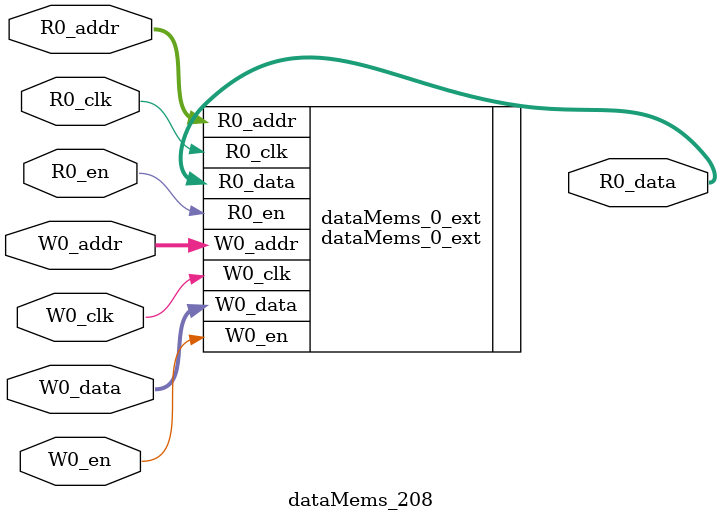
<source format=sv>
`ifndef RANDOMIZE
  `ifdef RANDOMIZE_REG_INIT
    `define RANDOMIZE
  `endif // RANDOMIZE_REG_INIT
`endif // not def RANDOMIZE
`ifndef RANDOMIZE
  `ifdef RANDOMIZE_MEM_INIT
    `define RANDOMIZE
  `endif // RANDOMIZE_MEM_INIT
`endif // not def RANDOMIZE

`ifndef RANDOM
  `define RANDOM $random
`endif // not def RANDOM

// Users can define 'PRINTF_COND' to add an extra gate to prints.
`ifndef PRINTF_COND_
  `ifdef PRINTF_COND
    `define PRINTF_COND_ (`PRINTF_COND)
  `else  // PRINTF_COND
    `define PRINTF_COND_ 1
  `endif // PRINTF_COND
`endif // not def PRINTF_COND_

// Users can define 'ASSERT_VERBOSE_COND' to add an extra gate to assert error printing.
`ifndef ASSERT_VERBOSE_COND_
  `ifdef ASSERT_VERBOSE_COND
    `define ASSERT_VERBOSE_COND_ (`ASSERT_VERBOSE_COND)
  `else  // ASSERT_VERBOSE_COND
    `define ASSERT_VERBOSE_COND_ 1
  `endif // ASSERT_VERBOSE_COND
`endif // not def ASSERT_VERBOSE_COND_

// Users can define 'STOP_COND' to add an extra gate to stop conditions.
`ifndef STOP_COND_
  `ifdef STOP_COND
    `define STOP_COND_ (`STOP_COND)
  `else  // STOP_COND
    `define STOP_COND_ 1
  `endif // STOP_COND
`endif // not def STOP_COND_

// Users can define INIT_RANDOM as general code that gets injected into the
// initializer block for modules with registers.
`ifndef INIT_RANDOM
  `define INIT_RANDOM
`endif // not def INIT_RANDOM

// If using random initialization, you can also define RANDOMIZE_DELAY to
// customize the delay used, otherwise 0.002 is used.
`ifndef RANDOMIZE_DELAY
  `define RANDOMIZE_DELAY 0.002
`endif // not def RANDOMIZE_DELAY

// Define INIT_RANDOM_PROLOG_ for use in our modules below.
`ifndef INIT_RANDOM_PROLOG_
  `ifdef RANDOMIZE
    `ifdef VERILATOR
      `define INIT_RANDOM_PROLOG_ `INIT_RANDOM
    `else  // VERILATOR
      `define INIT_RANDOM_PROLOG_ `INIT_RANDOM #`RANDOMIZE_DELAY begin end
    `endif // VERILATOR
  `else  // RANDOMIZE
    `define INIT_RANDOM_PROLOG_
  `endif // RANDOMIZE
`endif // not def INIT_RANDOM_PROLOG_

// Include register initializers in init blocks unless synthesis is set
`ifndef SYNTHESIS
  `ifndef ENABLE_INITIAL_REG_
    `define ENABLE_INITIAL_REG_
  `endif // not def ENABLE_INITIAL_REG_
`endif // not def SYNTHESIS

// Include rmemory initializers in init blocks unless synthesis is set
`ifndef SYNTHESIS
  `ifndef ENABLE_INITIAL_MEM_
    `define ENABLE_INITIAL_MEM_
  `endif // not def ENABLE_INITIAL_MEM_
`endif // not def SYNTHESIS

module dataMems_208(	// @[generators/ara/src/main/scala/UnsafeAXI4ToTL.scala:365:62]
  input  [4:0]   R0_addr,
  input          R0_en,
  input          R0_clk,
  output [130:0] R0_data,
  input  [4:0]   W0_addr,
  input          W0_en,
  input          W0_clk,
  input  [130:0] W0_data
);

  dataMems_0_ext dataMems_0_ext (	// @[generators/ara/src/main/scala/UnsafeAXI4ToTL.scala:365:62]
    .R0_addr (R0_addr),
    .R0_en   (R0_en),
    .R0_clk  (R0_clk),
    .R0_data (R0_data),
    .W0_addr (W0_addr),
    .W0_en   (W0_en),
    .W0_clk  (W0_clk),
    .W0_data (W0_data)
  );
endmodule


</source>
